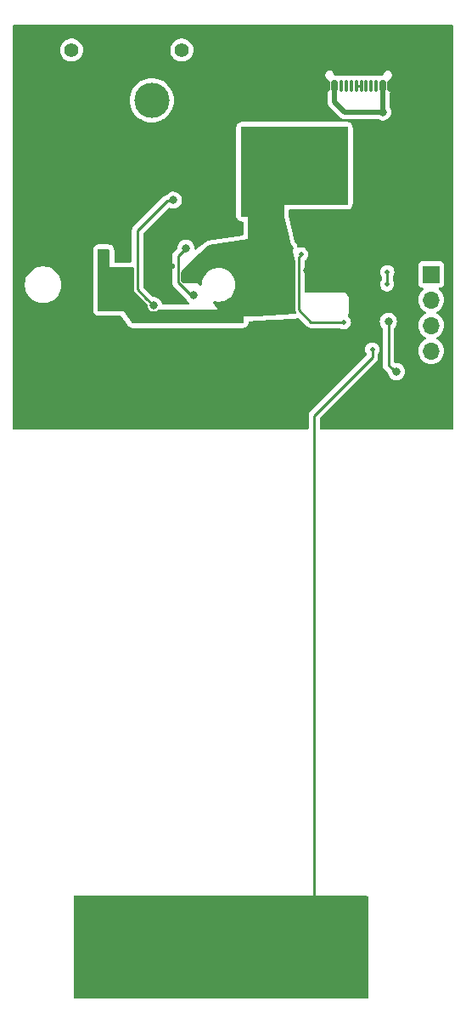
<source format=gbr>
%TF.GenerationSoftware,KiCad,Pcbnew,8.0.3*%
%TF.CreationDate,2024-07-15T22:48:31-04:00*%
%TF.ProjectId,get-a-grip-on-reality,6765742d-612d-4677-9269-702d6f6e2d72,rev?*%
%TF.SameCoordinates,Original*%
%TF.FileFunction,Copper,L1,Top*%
%TF.FilePolarity,Positive*%
%FSLAX46Y46*%
G04 Gerber Fmt 4.6, Leading zero omitted, Abs format (unit mm)*
G04 Created by KiCad (PCBNEW 8.0.3) date 2024-07-15 22:48:31*
%MOMM*%
%LPD*%
G01*
G04 APERTURE LIST*
G04 Aperture macros list*
%AMRoundRect*
0 Rectangle with rounded corners*
0 $1 Rounding radius*
0 $2 $3 $4 $5 $6 $7 $8 $9 X,Y pos of 4 corners*
0 Add a 4 corners polygon primitive as box body*
4,1,4,$2,$3,$4,$5,$6,$7,$8,$9,$2,$3,0*
0 Add four circle primitives for the rounded corners*
1,1,$1+$1,$2,$3*
1,1,$1+$1,$4,$5*
1,1,$1+$1,$6,$7*
1,1,$1+$1,$8,$9*
0 Add four rect primitives between the rounded corners*
20,1,$1+$1,$2,$3,$4,$5,0*
20,1,$1+$1,$4,$5,$6,$7,0*
20,1,$1+$1,$6,$7,$8,$9,0*
20,1,$1+$1,$8,$9,$2,$3,0*%
G04 Aperture macros list end*
%TA.AperFunction,SMDPad,CuDef*%
%ADD10R,6.350000X7.340000*%
%TD*%
%TA.AperFunction,SMDPad,CuDef*%
%ADD11RoundRect,0.250000X0.840000X0.750000X-0.840000X0.750000X-0.840000X-0.750000X0.840000X-0.750000X0*%
%TD*%
%TA.AperFunction,SMDPad,CuDef*%
%ADD12RoundRect,0.150000X0.150000X0.425000X-0.150000X0.425000X-0.150000X-0.425000X0.150000X-0.425000X0*%
%TD*%
%TA.AperFunction,SMDPad,CuDef*%
%ADD13RoundRect,0.075000X0.075000X0.500000X-0.075000X0.500000X-0.075000X-0.500000X0.075000X-0.500000X0*%
%TD*%
%TA.AperFunction,ComponentPad*%
%ADD14O,1.700000X1.700000*%
%TD*%
%TA.AperFunction,ComponentPad*%
%ADD15R,1.700000X1.700000*%
%TD*%
%TA.AperFunction,ComponentPad*%
%ADD16C,1.400000*%
%TD*%
%TA.AperFunction,ComponentPad*%
%ADD17R,3.500000X3.500000*%
%TD*%
%TA.AperFunction,ComponentPad*%
%ADD18C,3.500000*%
%TD*%
%TA.AperFunction,ViaPad*%
%ADD19C,0.800000*%
%TD*%
%TA.AperFunction,ViaPad*%
%ADD20C,0.600000*%
%TD*%
%TA.AperFunction,ViaPad*%
%ADD21C,0.500000*%
%TD*%
%TA.AperFunction,Conductor*%
%ADD22C,0.500000*%
%TD*%
%TA.AperFunction,Conductor*%
%ADD23C,0.250000*%
%TD*%
%TA.AperFunction,Conductor*%
%ADD24C,0.300000*%
%TD*%
G04 APERTURE END LIST*
D10*
%TO.P,BT1,P2*%
%TO.N,/Power/CELL_1*%
X99815000Y-125286200D03*
%TO.P,BT1,P1*%
%TO.N,+BATT*%
X118925000Y-46626200D03*
%TO.P,BT1,N2*%
%TO.N,GND*%
X99815000Y-46626200D03*
%TO.P,BT1,N1*%
%TO.N,/Power/CELL_1*%
X118925000Y-125286200D03*
%TD*%
D11*
%TO.P,P2,S1,SHIELD*%
%TO.N,GND*%
X118238000Y-34036000D03*
X118238000Y-37966000D03*
X128458000Y-34036000D03*
X128458000Y-37966000D03*
D12*
%TO.P,P2,B12,GND*%
X126548000Y-38541000D03*
%TO.P,P2,B9,VBUS*%
%TO.N,+5VUSB*%
X125748000Y-38541000D03*
D13*
%TO.P,P2,B8*%
%TO.N,N/C*%
X125098000Y-38541000D03*
%TO.P,P2,B7*%
X124098000Y-38541000D03*
%TO.P,P2,B6*%
X122598000Y-38541000D03*
%TO.P,P2,B5,VCONN*%
%TO.N,unconnected-(P2-VCONN-PadB5)*%
X121598000Y-38541000D03*
D12*
%TO.P,P2,B4,VBUS*%
%TO.N,+5VUSB*%
X120948000Y-38541000D03*
%TO.P,P2,B1,GND*%
%TO.N,GND*%
X120148000Y-38541000D03*
%TO.P,P2,A12,GND*%
X120148000Y-38541000D03*
%TO.P,P2,A9,VBUS*%
%TO.N,+5VUSB*%
X120948000Y-38541000D03*
D13*
%TO.P,P2,A8*%
%TO.N,N/C*%
X122098000Y-38541000D03*
%TO.P,P2,A7,D-*%
%TO.N,Net-(P2-D+)*%
X123098000Y-38541000D03*
%TO.P,P2,A6,D+*%
X123598000Y-38541000D03*
%TO.P,P2,A5,CC*%
%TO.N,unconnected-(P2-CC-PadA5)*%
X124598000Y-38541000D03*
D12*
%TO.P,P2,A4,VBUS*%
%TO.N,+5VUSB*%
X125748000Y-38541000D03*
%TO.P,P2,A1,GND*%
%TO.N,GND*%
X126548000Y-38541000D03*
%TD*%
D14*
%TO.P,J14,5,Pin_5*%
%TO.N,GND*%
X130579174Y-67481100D03*
%TO.P,J14,4,Pin_4*%
%TO.N,Net-(J14-Pin_4)*%
X130579174Y-64941100D03*
%TO.P,J14,3,Pin_3*%
%TO.N,Net-(J14-Pin_3)*%
X130579174Y-62401100D03*
%TO.P,J14,2,Pin_2*%
%TO.N,Net-(J14-Pin_2)*%
X130579174Y-59861100D03*
D15*
%TO.P,J14,1,Pin_1*%
%TO.N,Net-(J14-Pin_1)*%
X130579174Y-57321100D03*
%TD*%
D16*
%TO.P,J15,*%
%TO.N,*%
X94700600Y-34988200D03*
X105700600Y-34988200D03*
D17*
%TO.P,J15,1,Pin_1*%
%TO.N,GND*%
X97700600Y-39988200D03*
D18*
%TO.P,J15,2,Pin_2*%
%TO.N,+5VBuck*%
X102700600Y-39988200D03*
%TD*%
D19*
%TO.N,GND*%
X129340600Y-71133200D03*
X129340600Y-50813200D03*
X129340600Y-48273200D03*
X129340600Y-45733200D03*
X129340600Y-43193200D03*
X129340600Y-40653200D03*
X126800600Y-71133200D03*
X126800600Y-50813200D03*
X126800600Y-48273200D03*
X126800600Y-45733200D03*
X124260600Y-71133200D03*
X124260600Y-35573200D03*
X121720600Y-71133200D03*
X121720600Y-35573200D03*
X119180600Y-68593200D03*
X119180600Y-66053200D03*
X119180600Y-40653200D03*
X116640600Y-71133200D03*
X116640600Y-68593200D03*
X116640600Y-66053200D03*
X116640600Y-40653200D03*
X114100600Y-71133200D03*
X114100600Y-68593200D03*
X114100600Y-66053200D03*
X114100600Y-40653200D03*
X114100600Y-38113200D03*
X114100600Y-35573200D03*
X111560600Y-71133200D03*
X111560600Y-68593200D03*
X111560600Y-66053200D03*
X111560600Y-63513200D03*
X111560600Y-40653200D03*
X111560600Y-38113200D03*
X111560600Y-35573200D03*
X109020600Y-71133200D03*
X109020600Y-68593200D03*
X109020600Y-43193200D03*
X109020600Y-40653200D03*
X109020600Y-38113200D03*
X109020600Y-35573200D03*
X106480600Y-71133200D03*
X106480600Y-68593200D03*
X106480600Y-66053200D03*
X106480600Y-40653200D03*
X106480600Y-38113200D03*
X103940600Y-71133200D03*
X103940600Y-68593200D03*
X103940600Y-66053200D03*
X103940600Y-35573200D03*
X101400600Y-71133200D03*
X101400600Y-68593200D03*
X101400600Y-66053200D03*
X101400600Y-35573200D03*
X98860600Y-71133200D03*
X98860600Y-68593200D03*
X98860600Y-35573200D03*
X96320600Y-71133200D03*
X96320600Y-68593200D03*
X96320600Y-66053200D03*
X96320600Y-55893200D03*
X96320600Y-53353200D03*
X96320600Y-35573200D03*
X93780600Y-71133200D03*
X93780600Y-68593200D03*
X93780600Y-66053200D03*
X93780600Y-63513200D03*
X93780600Y-60973200D03*
X93780600Y-55893200D03*
X93780600Y-53353200D03*
X93780600Y-50813200D03*
X93780600Y-48273200D03*
X93780600Y-45733200D03*
X93780600Y-43193200D03*
X93780600Y-40653200D03*
X93780600Y-38113200D03*
X91240600Y-71133200D03*
X91240600Y-68593200D03*
X91240600Y-66053200D03*
X91240600Y-63513200D03*
X91240600Y-60973200D03*
X91240600Y-53353200D03*
X91240600Y-50813200D03*
X91240600Y-48273200D03*
X91240600Y-45733200D03*
X91240600Y-43193200D03*
X91240600Y-40653200D03*
X91240600Y-38113200D03*
X91240600Y-35573200D03*
%TO.N,+BATT*%
X114400000Y-55700000D03*
X112300600Y-47788200D03*
X113400000Y-56700000D03*
X114400000Y-57700000D03*
X113300600Y-48788200D03*
X112300600Y-46788200D03*
X114300600Y-46788200D03*
X113300600Y-46788200D03*
X113300600Y-47788200D03*
X112300600Y-50788200D03*
X98300000Y-59000000D03*
X114300600Y-48788200D03*
X116400000Y-55700000D03*
X114300600Y-47788200D03*
D20*
%TO.N,GND*%
X104013000Y-57404000D03*
D19*
%TO.N,+BATT*%
X114400000Y-56700000D03*
X99300000Y-58000000D03*
X112400000Y-58700000D03*
X111400000Y-57700000D03*
X106172000Y-57531000D03*
X114400000Y-58700000D03*
X114300600Y-49788200D03*
X115400000Y-54700000D03*
X114300600Y-50788200D03*
X113400000Y-55700000D03*
X113400000Y-54700000D03*
X116400000Y-54700000D03*
X116400000Y-57700000D03*
X116400000Y-58700000D03*
X98300000Y-58000000D03*
X112400000Y-54700000D03*
X112300600Y-48788200D03*
%TO.N,+5VBuck*%
X102880057Y-60434652D03*
%TO.N,+5VUSB*%
X125730000Y-41148000D03*
%TO.N,+5VBuck*%
X104863379Y-49937012D03*
%TO.N,+BATT*%
X113300600Y-49788200D03*
%TO.N,Net-(U6-TS)*%
X126310102Y-61995800D03*
%TO.N,+BATT*%
X116400000Y-56700000D03*
D21*
%TO.N,Net-(U6-STAT)*%
X126210374Y-57092500D03*
D19*
%TO.N,Net-(U7-VCC)*%
X106109849Y-54719849D03*
%TO.N,+BATT*%
X111400000Y-55700000D03*
X112300600Y-49788200D03*
D20*
%TO.N,GND*%
X103225600Y-57404000D03*
D19*
%TO.N,+BATT*%
X99300000Y-59000000D03*
X112400000Y-55700000D03*
X112400000Y-56700000D03*
X115400000Y-55700000D03*
%TO.N,GND*%
X110525000Y-47725000D03*
D20*
X104038400Y-58115200D03*
D19*
X118200000Y-56900000D03*
D20*
X102362000Y-56515000D03*
X104733400Y-56540400D03*
D19*
X110300000Y-49675000D03*
%TO.N,+BATT*%
X115400000Y-56700000D03*
D20*
%TO.N,GND*%
X104013000Y-56642000D03*
D19*
X109625000Y-50875000D03*
X109075000Y-45600000D03*
X121400000Y-56388000D03*
D20*
X103225600Y-56591200D03*
D19*
X109200000Y-47950000D03*
%TO.N,/Power/CELL_1*%
X100540000Y-121000000D03*
X108160000Y-128620000D03*
X123400000Y-123540000D03*
X110700000Y-123540000D03*
X110700000Y-126080000D03*
X103080000Y-128620000D03*
X95460000Y-121000000D03*
X115780000Y-121000000D03*
X105620000Y-121000000D03*
X110700000Y-128620000D03*
X108160000Y-126080000D03*
X103080000Y-123540000D03*
X123400000Y-128620000D03*
X105620000Y-126080000D03*
X103080000Y-121000000D03*
X103080000Y-126080000D03*
X108160000Y-123540000D03*
X113240000Y-123540000D03*
X113240000Y-126080000D03*
X98000000Y-121000000D03*
X120860000Y-121000000D03*
X113240000Y-128620000D03*
X123400000Y-126080000D03*
X105620000Y-123540000D03*
X110700000Y-121000000D03*
X105620000Y-128620000D03*
X108160000Y-121000000D03*
X123400000Y-121000000D03*
X113240000Y-121000000D03*
%TO.N,Net-(U7-VCC)*%
X106899739Y-59400261D03*
%TO.N,+BATT*%
X111400000Y-56700000D03*
X100300000Y-58000000D03*
X115400000Y-57700000D03*
X114400000Y-54700000D03*
D21*
%TO.N,Net-(U6-STAT)*%
X126184974Y-58311700D03*
D19*
%TO.N,GND*%
X108400000Y-49575000D03*
%TO.N,+BATT*%
X115400000Y-58700000D03*
X113400000Y-58700000D03*
D21*
%TO.N,/Power/CELL_1*%
X124700600Y-64788200D03*
D19*
%TO.N,+BATT*%
X113400000Y-57700000D03*
X113300600Y-50788200D03*
D20*
%TO.N,GND*%
X103225600Y-58115200D03*
D19*
%TO.N,Net-(U6-TS)*%
X127110102Y-66995800D03*
%TO.N,+BATT*%
X112400000Y-57700000D03*
%TO.N,GND*%
X119200000Y-56900000D03*
D21*
%TO.N,Net-(U6-BTST)*%
X121875000Y-62075000D03*
D19*
%TO.N,+BATT*%
X111400000Y-54700000D03*
D21*
%TO.N,Net-(U6-BTST)*%
X117625174Y-55339900D03*
%TD*%
D22*
%TO.N,+5VUSB*%
X120947000Y-40131999D02*
X120947000Y-38661150D01*
D23*
%TO.N,+5VBuck*%
X101274368Y-56900000D02*
X101274368Y-52988832D01*
X101274368Y-58828964D02*
X101274368Y-56900000D01*
X102172702Y-59727298D02*
X101274368Y-58828964D01*
X102172702Y-59727298D02*
X102880057Y-60434652D01*
D24*
%TO.N,+5VUSB*%
X120947000Y-38661150D02*
X120920425Y-38634575D01*
D22*
X125730000Y-41148000D02*
X125730000Y-38608000D01*
X121963001Y-41148000D02*
X120947000Y-40131999D01*
D23*
%TO.N,Net-(P2-D+)*%
X123098000Y-38541000D02*
X123598000Y-38541000D01*
%TO.N,+5VBuck*%
X104900600Y-49988200D02*
X104275000Y-49988200D01*
%TO.N,Net-(U6-BTST)*%
X121875000Y-62075000D02*
X118590000Y-62075000D01*
X117348000Y-60833000D02*
X117348000Y-55617074D01*
X118590000Y-62075000D02*
X117348000Y-60833000D01*
D22*
%TO.N,+5VUSB*%
X125730000Y-41148000D02*
X121963001Y-41148000D01*
D23*
%TO.N,Net-(U6-TS)*%
X126310102Y-66395800D02*
X127110102Y-66995800D01*
%TO.N,Net-(U6-STAT)*%
X126210374Y-57092500D02*
X126210374Y-58235500D01*
%TO.N,Net-(U6-TS)*%
X126310102Y-61995800D02*
X126310102Y-66395800D01*
%TO.N,Net-(U6-BTST)*%
X117348000Y-55617074D02*
X117625174Y-55339900D01*
%TO.N,Net-(U6-TS)*%
X127110102Y-66995800D02*
X126910102Y-66995800D01*
%TO.N,+5VBuck*%
X101274368Y-52988832D02*
X104275000Y-49988200D01*
%TO.N,Net-(U7-VCC)*%
X106899739Y-59400261D02*
X106595666Y-59400261D01*
X106595666Y-59400261D02*
X105308400Y-58112995D01*
%TO.N,/Power/CELL_1*%
X124700600Y-65588200D02*
X124700600Y-64788200D01*
X118925000Y-125286200D02*
X118925000Y-71363800D01*
%TO.N,Net-(U6-STAT)*%
X126210374Y-58235500D02*
X126184974Y-58260900D01*
%TO.N,/Power/CELL_1*%
X118925000Y-71363800D02*
X124700600Y-65588200D01*
%TO.N,Net-(U7-VCC)*%
X105308400Y-55521298D02*
X106109849Y-54719849D01*
X105308400Y-58112995D02*
X105308400Y-55521298D01*
%TD*%
%TA.AperFunction,Conductor*%
%TO.N,GND*%
G36*
X132722256Y-32519685D02*
G01*
X132768011Y-32572489D01*
X132779213Y-32623160D01*
X132793768Y-34775889D01*
X132799997Y-35697233D01*
X132800000Y-35698071D01*
X132800000Y-72639410D01*
X132780315Y-72706449D01*
X132727511Y-72752204D01*
X132676070Y-72763410D01*
X119624570Y-72770767D01*
X119557519Y-72751120D01*
X119511735Y-72698342D01*
X119500500Y-72646767D01*
X119500500Y-71653542D01*
X119520185Y-71586503D01*
X119536819Y-71565861D01*
X120199395Y-70903285D01*
X125161115Y-65941565D01*
X125236881Y-65810335D01*
X125276100Y-65663966D01*
X125276100Y-65512433D01*
X125276100Y-65226218D01*
X125295785Y-65159179D01*
X125298051Y-65155777D01*
X125325417Y-65116131D01*
X125325416Y-65116131D01*
X125325418Y-65116130D01*
X125385740Y-64957072D01*
X125406245Y-64788200D01*
X125385740Y-64619328D01*
X125325418Y-64460270D01*
X125228783Y-64320271D01*
X125101452Y-64207466D01*
X125101449Y-64207463D01*
X124950826Y-64128410D01*
X124785656Y-64087700D01*
X124615544Y-64087700D01*
X124450373Y-64128410D01*
X124299750Y-64207463D01*
X124172416Y-64320272D01*
X124075782Y-64460268D01*
X124015460Y-64619325D01*
X124015459Y-64619330D01*
X123994955Y-64788200D01*
X124015459Y-64957069D01*
X124015460Y-64957074D01*
X124075782Y-65116131D01*
X124103149Y-65155777D01*
X124125033Y-65222131D01*
X124125100Y-65226218D01*
X124125100Y-65298458D01*
X124105415Y-65365497D01*
X124088781Y-65386139D01*
X118464487Y-71010432D01*
X118464485Y-71010435D01*
X118388719Y-71141663D01*
X118349500Y-71288034D01*
X118349500Y-72647555D01*
X118329815Y-72714594D01*
X118277011Y-72760349D01*
X118225570Y-72771555D01*
X88924070Y-72788073D01*
X88857019Y-72768426D01*
X88811235Y-72715648D01*
X88800000Y-72664073D01*
X88800000Y-58236556D01*
X90039500Y-58236556D01*
X90039500Y-58475843D01*
X90039501Y-58475859D01*
X90070734Y-58713100D01*
X90132669Y-58944245D01*
X90224243Y-59165323D01*
X90224251Y-59165340D01*
X90343891Y-59372565D01*
X90343892Y-59372567D01*
X90489569Y-59562416D01*
X90489575Y-59562423D01*
X90658776Y-59731624D01*
X90658783Y-59731630D01*
X90848632Y-59877307D01*
X90848634Y-59877308D01*
X91055859Y-59996948D01*
X91055862Y-59996949D01*
X91055870Y-59996954D01*
X91276953Y-60088530D01*
X91508098Y-60150465D01*
X91745350Y-60181700D01*
X91745357Y-60181700D01*
X91984643Y-60181700D01*
X91984650Y-60181700D01*
X92221902Y-60150465D01*
X92453047Y-60088530D01*
X92674130Y-59996954D01*
X92881370Y-59877305D01*
X93071218Y-59731629D01*
X93240429Y-59562418D01*
X93386105Y-59372570D01*
X93505754Y-59165330D01*
X93597330Y-58944247D01*
X93659265Y-58713102D01*
X93690500Y-58475850D01*
X93690500Y-58236550D01*
X93659265Y-57999298D01*
X93597330Y-57768153D01*
X93505754Y-57547070D01*
X93496198Y-57530518D01*
X93386108Y-57339834D01*
X93386107Y-57339832D01*
X93240430Y-57149983D01*
X93240424Y-57149976D01*
X93071223Y-56980775D01*
X93071216Y-56980769D01*
X92881367Y-56835092D01*
X92881365Y-56835091D01*
X92674140Y-56715451D01*
X92674132Y-56715447D01*
X92674130Y-56715446D01*
X92454742Y-56624572D01*
X92453045Y-56623869D01*
X92221900Y-56561934D01*
X91984659Y-56530701D01*
X91984656Y-56530700D01*
X91984650Y-56530700D01*
X91745350Y-56530700D01*
X91745344Y-56530700D01*
X91745340Y-56530701D01*
X91508099Y-56561934D01*
X91276954Y-56623869D01*
X91055876Y-56715443D01*
X91055859Y-56715451D01*
X90848634Y-56835091D01*
X90848632Y-56835092D01*
X90658783Y-56980769D01*
X90658776Y-56980775D01*
X90489575Y-57149976D01*
X90489569Y-57149983D01*
X90343892Y-57339832D01*
X90343891Y-57339834D01*
X90224251Y-57547059D01*
X90224243Y-57547076D01*
X90132669Y-57768154D01*
X90070734Y-57999299D01*
X90039501Y-58236540D01*
X90039500Y-58236556D01*
X88800000Y-58236556D01*
X88800000Y-54912202D01*
X96845100Y-54912202D01*
X96845100Y-60864216D01*
X96855509Y-60961022D01*
X96855511Y-60961033D01*
X96866714Y-61012533D01*
X96866715Y-61012535D01*
X96866716Y-61012538D01*
X96894934Y-61099281D01*
X96967562Y-61214000D01*
X96967563Y-61214001D01*
X96967562Y-61214001D01*
X97013317Y-61266804D01*
X97013320Y-61266807D01*
X97059712Y-61307562D01*
X97106108Y-61348320D01*
X97229228Y-61405563D01*
X97229236Y-61405565D01*
X97229238Y-61405566D01*
X97296259Y-61425246D01*
X97296261Y-61425246D01*
X97296267Y-61425248D01*
X97424600Y-61443700D01*
X99590461Y-61443700D01*
X99657500Y-61463385D01*
X99693635Y-61498917D01*
X100284787Y-62385645D01*
X100284790Y-62385649D01*
X100344420Y-62457766D01*
X100344432Y-62457779D01*
X100380547Y-62493291D01*
X100380558Y-62493301D01*
X100448471Y-62548320D01*
X100571591Y-62605563D01*
X100571599Y-62605565D01*
X100571601Y-62605566D01*
X100638622Y-62625246D01*
X100638624Y-62625246D01*
X100638630Y-62625248D01*
X100766963Y-62643700D01*
X100766965Y-62643700D01*
X111776600Y-62643700D01*
X111776616Y-62643699D01*
X111832047Y-62637738D01*
X111873427Y-62633290D01*
X111924938Y-62622084D01*
X112011681Y-62593866D01*
X112126400Y-62521238D01*
X112179204Y-62475483D01*
X112260720Y-62382692D01*
X112317963Y-62259572D01*
X112337648Y-62192533D01*
X112353935Y-62079252D01*
X112382959Y-62015700D01*
X112441737Y-61977926D01*
X112473252Y-61972950D01*
X113110684Y-61955378D01*
X113117531Y-61955138D01*
X113121261Y-61954979D01*
X113128116Y-61954635D01*
X116700830Y-61748366D01*
X117061689Y-61727532D01*
X117061693Y-61727531D01*
X117061706Y-61727531D01*
X117064881Y-61727336D01*
X117066580Y-61727226D01*
X117152880Y-61708757D01*
X117196325Y-61699460D01*
X117196327Y-61699459D01*
X117196333Y-61699458D01*
X117261797Y-61675041D01*
X117261807Y-61675035D01*
X117262363Y-61674785D01*
X117262557Y-61674757D01*
X117265750Y-61673567D01*
X117266013Y-61674272D01*
X117331554Y-61665068D01*
X117395014Y-61694300D01*
X117401186Y-61700066D01*
X118125144Y-62424023D01*
X118125154Y-62424034D01*
X118129484Y-62428364D01*
X118129485Y-62428365D01*
X118236635Y-62535515D01*
X118347522Y-62599536D01*
X118367865Y-62611281D01*
X118514233Y-62650500D01*
X118514234Y-62650500D01*
X121433612Y-62650500D01*
X121491238Y-62664704D01*
X121511414Y-62675293D01*
X121624775Y-62734790D01*
X121789944Y-62775500D01*
X121960056Y-62775500D01*
X122125225Y-62734790D01*
X122238586Y-62675293D01*
X122275849Y-62655736D01*
X122275850Y-62655734D01*
X122275852Y-62655734D01*
X122403183Y-62542929D01*
X122499818Y-62402930D01*
X122560140Y-62243872D01*
X122580645Y-62075000D01*
X122571028Y-61995800D01*
X125454917Y-61995800D01*
X125473605Y-62173605D01*
X125473606Y-62173607D01*
X125528849Y-62343629D01*
X125528852Y-62343635D01*
X125618240Y-62498461D01*
X125618241Y-62498463D01*
X125618243Y-62498465D01*
X125702753Y-62592322D01*
X125732982Y-62655312D01*
X125734602Y-62675293D01*
X125734602Y-66353808D01*
X125733712Y-66368639D01*
X125729671Y-66402181D01*
X125733356Y-66427977D01*
X125734602Y-66445513D01*
X125734602Y-66471570D01*
X125743344Y-66504195D01*
X125746322Y-66518746D01*
X125751101Y-66552193D01*
X125761337Y-66576158D01*
X125767077Y-66592770D01*
X125773818Y-66617930D01*
X125773821Y-66617935D01*
X125790709Y-66647186D01*
X125797354Y-66660476D01*
X125810624Y-66691543D01*
X125826715Y-66712042D01*
X125836561Y-66726604D01*
X125849587Y-66749165D01*
X125849589Y-66749167D01*
X125873469Y-66773047D01*
X125883326Y-66784162D01*
X125904189Y-66810740D01*
X125925032Y-66826372D01*
X125938314Y-66837892D01*
X125956737Y-66856315D01*
X125985994Y-66873206D01*
X125998395Y-66881394D01*
X126220547Y-67048008D01*
X126262368Y-67103979D01*
X126269467Y-67134243D01*
X126273604Y-67173597D01*
X126273606Y-67173607D01*
X126328849Y-67343629D01*
X126328852Y-67343635D01*
X126418243Y-67498465D01*
X126459914Y-67544746D01*
X126537866Y-67631321D01*
X126537869Y-67631323D01*
X126537872Y-67631326D01*
X126682509Y-67736412D01*
X126845835Y-67809129D01*
X127020711Y-67846300D01*
X127020712Y-67846300D01*
X127199491Y-67846300D01*
X127199493Y-67846300D01*
X127374369Y-67809129D01*
X127537695Y-67736412D01*
X127682332Y-67631326D01*
X127801961Y-67498465D01*
X127891352Y-67343635D01*
X127946599Y-67173603D01*
X127965287Y-66995800D01*
X127946599Y-66817997D01*
X127918975Y-66732981D01*
X127891354Y-66647970D01*
X127891351Y-66647964D01*
X127859485Y-66592770D01*
X127801961Y-66493135D01*
X127743292Y-66427977D01*
X127682337Y-66360278D01*
X127682334Y-66360276D01*
X127682333Y-66360275D01*
X127682332Y-66360274D01*
X127537695Y-66255188D01*
X127374369Y-66182471D01*
X127374367Y-66182470D01*
X127246696Y-66155333D01*
X127199493Y-66145300D01*
X127020711Y-66145300D01*
X127014213Y-66145300D01*
X127014213Y-66143580D01*
X126953819Y-66132528D01*
X126902801Y-66084789D01*
X126885602Y-66021784D01*
X126885602Y-62675293D01*
X126905287Y-62608254D01*
X126917445Y-62592327D01*
X127001961Y-62498465D01*
X127091352Y-62343635D01*
X127146599Y-62173603D01*
X127165287Y-61995800D01*
X127146599Y-61817997D01*
X127100150Y-61675041D01*
X127091354Y-61647970D01*
X127091351Y-61647964D01*
X127083908Y-61635072D01*
X127001961Y-61493135D01*
X126940835Y-61425248D01*
X126882337Y-61360278D01*
X126882334Y-61360276D01*
X126882333Y-61360275D01*
X126882332Y-61360274D01*
X126737695Y-61255188D01*
X126574369Y-61182471D01*
X126574367Y-61182470D01*
X126446696Y-61155333D01*
X126399493Y-61145300D01*
X126220711Y-61145300D01*
X126190056Y-61151815D01*
X126045835Y-61182470D01*
X126045830Y-61182472D01*
X125882510Y-61255187D01*
X125737870Y-61360275D01*
X125618242Y-61493136D01*
X125528852Y-61647964D01*
X125528849Y-61647970D01*
X125473606Y-61817992D01*
X125473605Y-61817994D01*
X125454917Y-61995800D01*
X122571028Y-61995800D01*
X122560140Y-61906128D01*
X122499818Y-61747070D01*
X122403183Y-61607071D01*
X122403181Y-61607069D01*
X122297572Y-61513507D01*
X122260445Y-61454318D01*
X122261213Y-61384452D01*
X122267358Y-61368414D01*
X122271143Y-61360274D01*
X122317963Y-61259572D01*
X122337648Y-61192533D01*
X122356100Y-61064200D01*
X122356100Y-59861098D01*
X129273706Y-59861098D01*
X129273706Y-59861101D01*
X129293538Y-60087786D01*
X129293540Y-60087797D01*
X129352432Y-60307588D01*
X129352435Y-60307597D01*
X129448605Y-60513832D01*
X129448606Y-60513834D01*
X129579128Y-60700241D01*
X129740032Y-60861145D01*
X129740035Y-60861147D01*
X129926440Y-60991668D01*
X129971196Y-61012538D01*
X129984449Y-61018718D01*
X130036888Y-61064891D01*
X130056040Y-61132084D01*
X130035824Y-61198965D01*
X129984449Y-61243482D01*
X129926441Y-61270531D01*
X129926439Y-61270532D01*
X129740032Y-61401054D01*
X129579128Y-61561958D01*
X129448606Y-61748365D01*
X129448605Y-61748367D01*
X129352435Y-61954602D01*
X129352432Y-61954611D01*
X129293540Y-62174402D01*
X129293538Y-62174413D01*
X129273706Y-62401098D01*
X129273706Y-62401101D01*
X129293538Y-62627786D01*
X129293540Y-62627797D01*
X129352432Y-62847588D01*
X129352435Y-62847597D01*
X129448605Y-63053832D01*
X129448606Y-63053834D01*
X129579128Y-63240241D01*
X129740032Y-63401145D01*
X129740035Y-63401147D01*
X129926440Y-63531668D01*
X129984449Y-63558718D01*
X130036888Y-63604891D01*
X130056040Y-63672084D01*
X130035824Y-63738965D01*
X129984449Y-63783482D01*
X129926441Y-63810531D01*
X129926439Y-63810532D01*
X129740032Y-63941054D01*
X129579128Y-64101958D01*
X129448606Y-64288365D01*
X129448605Y-64288367D01*
X129352435Y-64494602D01*
X129352432Y-64494611D01*
X129293540Y-64714402D01*
X129293538Y-64714413D01*
X129273706Y-64941098D01*
X129273706Y-64941101D01*
X129293538Y-65167786D01*
X129293540Y-65167797D01*
X129352432Y-65387588D01*
X129352435Y-65387597D01*
X129448605Y-65593832D01*
X129448606Y-65593834D01*
X129579128Y-65780241D01*
X129740032Y-65941145D01*
X129740632Y-65941565D01*
X129926440Y-66071668D01*
X130132678Y-66167839D01*
X130352482Y-66226735D01*
X130514404Y-66240901D01*
X130579172Y-66246568D01*
X130579174Y-66246568D01*
X130579176Y-66246568D01*
X130635847Y-66241609D01*
X130805866Y-66226735D01*
X131025670Y-66167839D01*
X131231908Y-66071668D01*
X131418313Y-65941147D01*
X131579221Y-65780239D01*
X131709742Y-65593834D01*
X131805913Y-65387596D01*
X131864809Y-65167792D01*
X131884642Y-64941100D01*
X131864809Y-64714408D01*
X131805913Y-64494604D01*
X131709742Y-64288366D01*
X131579221Y-64101961D01*
X131579219Y-64101958D01*
X131418315Y-63941054D01*
X131231908Y-63810532D01*
X131231902Y-63810529D01*
X131173899Y-63783482D01*
X131121459Y-63737310D01*
X131102307Y-63670117D01*
X131122522Y-63603235D01*
X131173899Y-63558718D01*
X131231908Y-63531668D01*
X131418313Y-63401147D01*
X131579221Y-63240239D01*
X131709742Y-63053834D01*
X131805913Y-62847596D01*
X131864809Y-62627792D01*
X131882636Y-62424034D01*
X131884642Y-62401101D01*
X131884642Y-62401098D01*
X131866395Y-62192539D01*
X131864809Y-62174408D01*
X131810829Y-61972950D01*
X131805915Y-61954611D01*
X131805912Y-61954602D01*
X131783307Y-61906125D01*
X131709742Y-61748366D01*
X131579221Y-61561961D01*
X131579219Y-61561958D01*
X131418315Y-61401054D01*
X131231908Y-61270532D01*
X131231902Y-61270529D01*
X131173899Y-61243482D01*
X131121459Y-61197310D01*
X131102307Y-61130117D01*
X131122522Y-61063235D01*
X131173899Y-61018718D01*
X131187152Y-61012538D01*
X131231908Y-60991668D01*
X131418313Y-60861147D01*
X131579221Y-60700239D01*
X131709742Y-60513834D01*
X131805913Y-60307596D01*
X131864809Y-60087792D01*
X131884642Y-59861100D01*
X131864809Y-59634408D01*
X131805913Y-59414604D01*
X131709742Y-59208366D01*
X131579221Y-59021961D01*
X131579219Y-59021958D01*
X131418316Y-58861055D01*
X131398494Y-58847176D01*
X131354868Y-58792600D01*
X131347674Y-58723101D01*
X131379196Y-58660746D01*
X131439425Y-58625332D01*
X131469616Y-58621600D01*
X131483444Y-58621600D01*
X131513873Y-58618746D01*
X131513875Y-58618746D01*
X131577964Y-58596319D01*
X131642056Y-58573893D01*
X131751324Y-58493250D01*
X131831967Y-58383982D01*
X131854393Y-58319890D01*
X131876820Y-58255801D01*
X131876820Y-58255799D01*
X131879674Y-58225369D01*
X131879674Y-56416830D01*
X131876820Y-56386400D01*
X131876820Y-56386398D01*
X131831967Y-56258219D01*
X131831966Y-56258217D01*
X131751324Y-56148950D01*
X131642056Y-56068307D01*
X131642054Y-56068306D01*
X131513874Y-56023453D01*
X131483444Y-56020600D01*
X131483440Y-56020600D01*
X129674908Y-56020600D01*
X129674904Y-56020600D01*
X129644474Y-56023453D01*
X129644472Y-56023453D01*
X129516293Y-56068306D01*
X129516291Y-56068307D01*
X129407024Y-56148950D01*
X129326381Y-56258217D01*
X129326380Y-56258219D01*
X129281527Y-56386398D01*
X129281527Y-56386400D01*
X129278674Y-56416830D01*
X129278674Y-58225369D01*
X129281527Y-58255799D01*
X129281527Y-58255801D01*
X129309287Y-58335131D01*
X129326381Y-58383982D01*
X129407024Y-58493250D01*
X129516292Y-58573893D01*
X129559019Y-58588844D01*
X129644473Y-58618746D01*
X129674904Y-58621600D01*
X129674908Y-58621600D01*
X129688732Y-58621600D01*
X129755771Y-58641285D01*
X129801526Y-58694089D01*
X129811470Y-58763247D01*
X129782445Y-58826803D01*
X129759854Y-58847176D01*
X129740031Y-58861055D01*
X129579128Y-59021958D01*
X129448606Y-59208365D01*
X129448605Y-59208367D01*
X129352435Y-59414602D01*
X129352432Y-59414611D01*
X129293540Y-59634402D01*
X129293538Y-59634413D01*
X129273706Y-59861098D01*
X122356100Y-59861098D01*
X122356100Y-59712200D01*
X122356099Y-59712183D01*
X122346848Y-59626145D01*
X122345690Y-59615373D01*
X122334484Y-59563862D01*
X122306266Y-59477119D01*
X122233638Y-59362400D01*
X122233636Y-59362398D01*
X122233637Y-59362398D01*
X122187882Y-59309595D01*
X122187879Y-59309592D01*
X122095094Y-59228082D01*
X122095091Y-59228079D01*
X121971975Y-59170838D01*
X121971961Y-59170833D01*
X121904940Y-59151153D01*
X121902113Y-59150746D01*
X121776600Y-59132700D01*
X121776598Y-59132700D01*
X118047500Y-59132700D01*
X117980461Y-59113015D01*
X117934706Y-59060211D01*
X117923500Y-59008700D01*
X117923500Y-58311700D01*
X125479329Y-58311700D01*
X125499833Y-58480569D01*
X125499834Y-58480574D01*
X125560156Y-58639631D01*
X125610869Y-58713100D01*
X125656791Y-58779629D01*
X125710040Y-58826803D01*
X125784124Y-58892436D01*
X125882842Y-58944247D01*
X125934749Y-58971490D01*
X126099918Y-59012200D01*
X126270030Y-59012200D01*
X126435199Y-58971490D01*
X126575991Y-58897596D01*
X126585823Y-58892436D01*
X126585824Y-58892434D01*
X126585826Y-58892434D01*
X126713157Y-58779629D01*
X126809792Y-58639630D01*
X126870114Y-58480572D01*
X126890619Y-58311700D01*
X126870114Y-58142828D01*
X126809792Y-57983770D01*
X126807821Y-57980914D01*
X126807023Y-57978494D01*
X126806305Y-57977126D01*
X126806532Y-57977006D01*
X126785941Y-57914559D01*
X126785874Y-57910478D01*
X126785874Y-57530518D01*
X126805559Y-57463479D01*
X126807825Y-57460077D01*
X126835191Y-57420431D01*
X126835190Y-57420431D01*
X126835192Y-57420430D01*
X126895514Y-57261372D01*
X126916019Y-57092500D01*
X126895514Y-56923628D01*
X126835192Y-56764570D01*
X126738557Y-56624571D01*
X126611226Y-56511766D01*
X126611223Y-56511763D01*
X126460600Y-56432710D01*
X126295430Y-56392000D01*
X126125318Y-56392000D01*
X125960147Y-56432710D01*
X125809524Y-56511763D01*
X125693012Y-56614984D01*
X125682984Y-56623869D01*
X125682190Y-56624572D01*
X125585556Y-56764568D01*
X125525234Y-56923625D01*
X125525233Y-56923630D01*
X125504729Y-57092500D01*
X125525233Y-57261369D01*
X125525234Y-57261374D01*
X125585556Y-57420431D01*
X125612923Y-57460077D01*
X125634807Y-57526431D01*
X125634874Y-57530518D01*
X125634874Y-57836882D01*
X125615189Y-57903921D01*
X125612924Y-57907322D01*
X125560157Y-57983768D01*
X125560156Y-57983768D01*
X125499834Y-58142825D01*
X125499833Y-58142830D01*
X125479329Y-58311700D01*
X117923500Y-58311700D01*
X117923500Y-56049404D01*
X117943185Y-55982365D01*
X117989873Y-55939608D01*
X118026026Y-55920634D01*
X118153357Y-55807829D01*
X118249992Y-55667830D01*
X118310314Y-55508772D01*
X118330819Y-55339900D01*
X118310314Y-55171028D01*
X118303282Y-55152487D01*
X118249991Y-55011968D01*
X118215650Y-54962218D01*
X118153357Y-54871971D01*
X118053899Y-54783859D01*
X118026023Y-54759163D01*
X117875400Y-54680110D01*
X117710230Y-54639400D01*
X117540118Y-54639400D01*
X117540116Y-54639400D01*
X117394295Y-54675341D01*
X117324493Y-54672272D01*
X117267431Y-54631951D01*
X117241301Y-54567907D01*
X117236497Y-54522197D01*
X117187701Y-54372019D01*
X117181252Y-54352170D01*
X117181249Y-54352164D01*
X117180665Y-54351153D01*
X117126543Y-54257410D01*
X117091861Y-54197338D01*
X117091860Y-54197337D01*
X117091859Y-54197335D01*
X117016361Y-54113486D01*
X116988217Y-54060594D01*
X116359802Y-51546933D01*
X116356100Y-51516859D01*
X116356100Y-50967700D01*
X116375785Y-50900661D01*
X116428589Y-50854906D01*
X116480100Y-50843700D01*
X122176600Y-50843700D01*
X122176616Y-50843699D01*
X122232047Y-50837738D01*
X122273427Y-50833290D01*
X122324938Y-50822084D01*
X122411681Y-50793866D01*
X122526400Y-50721238D01*
X122579204Y-50675483D01*
X122660720Y-50582692D01*
X122717963Y-50459572D01*
X122737648Y-50392533D01*
X122756100Y-50264200D01*
X122756100Y-42712200D01*
X122756099Y-42712183D01*
X122745690Y-42615377D01*
X122745690Y-42615373D01*
X122734484Y-42563862D01*
X122706266Y-42477119D01*
X122633638Y-42362400D01*
X122633636Y-42362398D01*
X122633637Y-42362398D01*
X122587882Y-42309595D01*
X122587879Y-42309592D01*
X122495094Y-42228082D01*
X122495091Y-42228079D01*
X122371975Y-42170838D01*
X122371961Y-42170833D01*
X122304940Y-42151153D01*
X122302113Y-42150746D01*
X122176600Y-42132700D01*
X111699600Y-42132700D01*
X111699583Y-42132700D01*
X111602777Y-42143109D01*
X111602766Y-42143111D01*
X111551266Y-42154314D01*
X111551264Y-42154315D01*
X111464518Y-42182534D01*
X111349798Y-42255163D01*
X111296995Y-42300917D01*
X111296992Y-42300920D01*
X111215482Y-42393705D01*
X111215479Y-42393708D01*
X111158238Y-42516824D01*
X111158233Y-42516838D01*
X111138553Y-42583859D01*
X111138552Y-42583867D01*
X111120103Y-42712183D01*
X111120100Y-42712202D01*
X111120100Y-51464216D01*
X111130509Y-51561022D01*
X111130511Y-51561033D01*
X111141714Y-51612533D01*
X111141715Y-51612535D01*
X111141716Y-51612538D01*
X111169934Y-51699281D01*
X111242562Y-51814000D01*
X111242563Y-51814001D01*
X111242562Y-51814001D01*
X111288317Y-51866804D01*
X111381108Y-51948320D01*
X111504228Y-52005563D01*
X111504236Y-52005565D01*
X111504238Y-52005566D01*
X111571259Y-52025246D01*
X111571261Y-52025246D01*
X111571267Y-52025248D01*
X111699600Y-52043700D01*
X111721100Y-52043700D01*
X111788139Y-52063385D01*
X111833894Y-52116189D01*
X111845100Y-52167700D01*
X111845100Y-53295129D01*
X111825415Y-53362168D01*
X111772611Y-53407923D01*
X111740955Y-53417529D01*
X108335413Y-53969966D01*
X108335411Y-53969967D01*
X108270060Y-53989742D01*
X108219768Y-54004961D01*
X108219766Y-54004962D01*
X108160422Y-54031952D01*
X108160411Y-54031958D01*
X108058047Y-54096118D01*
X107166733Y-54836094D01*
X107102579Y-54863771D01*
X107033645Y-54852370D01*
X106981819Y-54805511D01*
X106963554Y-54738071D01*
X106964204Y-54727737D01*
X106965034Y-54719849D01*
X106946346Y-54542046D01*
X106891099Y-54372014D01*
X106801708Y-54217184D01*
X106754852Y-54165145D01*
X106682084Y-54084327D01*
X106682081Y-54084325D01*
X106682080Y-54084324D01*
X106682079Y-54084323D01*
X106537442Y-53979237D01*
X106374116Y-53906520D01*
X106374114Y-53906519D01*
X106246443Y-53879382D01*
X106199240Y-53869349D01*
X106020458Y-53869349D01*
X105989803Y-53875864D01*
X105845582Y-53906519D01*
X105845577Y-53906521D01*
X105682257Y-53979236D01*
X105537617Y-54084324D01*
X105417989Y-54217185D01*
X105328599Y-54372013D01*
X105328596Y-54372019D01*
X105273353Y-54542041D01*
X105273353Y-54542042D01*
X105273352Y-54542046D01*
X105267922Y-54593708D01*
X105254402Y-54722336D01*
X105227817Y-54786950D01*
X105218763Y-54797054D01*
X104955035Y-55060783D01*
X104847887Y-55167930D01*
X104847885Y-55167933D01*
X104772119Y-55299161D01*
X104732900Y-55445532D01*
X104732900Y-58037229D01*
X104732900Y-58188761D01*
X104750863Y-58255799D01*
X104772119Y-58335131D01*
X104800323Y-58383980D01*
X104847885Y-58466360D01*
X104847887Y-58466362D01*
X106093303Y-59711778D01*
X106114637Y-59742815D01*
X106115240Y-59742468D01*
X106118488Y-59748094D01*
X106118489Y-59748096D01*
X106207880Y-59902926D01*
X106234047Y-59931987D01*
X106327503Y-60035782D01*
X106327506Y-60035784D01*
X106327509Y-60035787D01*
X106427427Y-60108382D01*
X106470092Y-60163712D01*
X106476071Y-60233326D01*
X106443465Y-60295121D01*
X106382626Y-60329478D01*
X106354541Y-60332700D01*
X103831291Y-60332700D01*
X103764252Y-60313015D01*
X103718497Y-60260211D01*
X103713360Y-60247018D01*
X103661309Y-60086823D01*
X103661308Y-60086822D01*
X103661307Y-60086817D01*
X103571916Y-59931987D01*
X103502087Y-59854434D01*
X103452292Y-59799130D01*
X103452289Y-59799128D01*
X103452288Y-59799127D01*
X103452287Y-59799126D01*
X103307650Y-59694040D01*
X103144324Y-59621323D01*
X103144322Y-59621322D01*
X103016651Y-59594185D01*
X102969448Y-59584152D01*
X102969447Y-59584152D01*
X102894798Y-59584152D01*
X102827759Y-59564467D01*
X102807117Y-59547833D01*
X101886187Y-58626903D01*
X101852702Y-58565580D01*
X101849868Y-58539222D01*
X101849868Y-53278573D01*
X101869553Y-53211534D01*
X101886182Y-53190897D01*
X104350387Y-50726691D01*
X104411708Y-50693208D01*
X104481400Y-50698192D01*
X104488498Y-50701092D01*
X104599112Y-50750341D01*
X104773988Y-50787512D01*
X104773989Y-50787512D01*
X104952768Y-50787512D01*
X104952770Y-50787512D01*
X105127646Y-50750341D01*
X105290972Y-50677624D01*
X105435609Y-50572538D01*
X105555238Y-50439677D01*
X105644629Y-50284847D01*
X105699876Y-50114815D01*
X105718564Y-49937012D01*
X105699876Y-49759209D01*
X105644629Y-49589177D01*
X105555238Y-49434347D01*
X105508382Y-49382308D01*
X105435614Y-49301490D01*
X105435611Y-49301488D01*
X105435610Y-49301487D01*
X105435609Y-49301486D01*
X105290972Y-49196400D01*
X105127646Y-49123683D01*
X105127644Y-49123682D01*
X104999973Y-49096545D01*
X104952770Y-49086512D01*
X104773988Y-49086512D01*
X104743333Y-49093027D01*
X104599112Y-49123682D01*
X104599107Y-49123684D01*
X104435787Y-49196399D01*
X104291147Y-49301487D01*
X104212973Y-49388307D01*
X104153486Y-49424955D01*
X104152919Y-49425108D01*
X104052866Y-49451918D01*
X104052865Y-49451918D01*
X103921635Y-49527685D01*
X103921632Y-49527687D01*
X100813855Y-52635464D01*
X100813853Y-52635467D01*
X100738087Y-52766695D01*
X100698868Y-52913066D01*
X100698868Y-56008700D01*
X100679183Y-56075739D01*
X100626379Y-56121494D01*
X100574868Y-56132700D01*
X99080100Y-56132700D01*
X99013061Y-56113015D01*
X98967306Y-56060211D01*
X98956100Y-56008700D01*
X98956100Y-54912200D01*
X98956099Y-54912183D01*
X98945690Y-54815377D01*
X98945690Y-54815373D01*
X98934484Y-54763862D01*
X98906266Y-54677119D01*
X98833638Y-54562400D01*
X98833636Y-54562398D01*
X98833637Y-54562398D01*
X98787882Y-54509595D01*
X98787879Y-54509592D01*
X98695094Y-54428082D01*
X98695091Y-54428079D01*
X98571975Y-54370838D01*
X98571961Y-54370833D01*
X98504940Y-54351153D01*
X98502113Y-54350746D01*
X98376600Y-54332700D01*
X97424600Y-54332700D01*
X97424583Y-54332700D01*
X97327777Y-54343109D01*
X97327766Y-54343111D01*
X97276266Y-54354314D01*
X97276264Y-54354315D01*
X97189518Y-54382534D01*
X97074798Y-54455163D01*
X97021995Y-54500917D01*
X97021992Y-54500920D01*
X96940482Y-54593705D01*
X96940479Y-54593708D01*
X96883238Y-54716824D01*
X96883233Y-54716838D01*
X96863553Y-54783859D01*
X96863552Y-54783867D01*
X96845103Y-54912183D01*
X96845100Y-54912202D01*
X88800000Y-54912202D01*
X88800000Y-39988200D01*
X100495378Y-39988200D01*
X100514244Y-40276037D01*
X100514246Y-40276049D01*
X100570517Y-40558945D01*
X100570521Y-40558960D01*
X100663242Y-40832105D01*
X100790819Y-41090806D01*
X100790823Y-41090813D01*
X100951078Y-41330652D01*
X101141272Y-41547527D01*
X101358147Y-41737721D01*
X101583967Y-41888609D01*
X101597989Y-41897978D01*
X101856698Y-42025559D01*
X102129847Y-42118281D01*
X102412761Y-42174556D01*
X102700600Y-42193422D01*
X102988439Y-42174556D01*
X103271353Y-42118281D01*
X103544502Y-42025559D01*
X103803211Y-41897978D01*
X104043054Y-41737720D01*
X104259927Y-41547527D01*
X104450120Y-41330654D01*
X104610378Y-41090811D01*
X104737959Y-40832102D01*
X104830681Y-40558953D01*
X104886956Y-40276039D01*
X104905822Y-39988200D01*
X104886956Y-39700361D01*
X104830681Y-39417447D01*
X104737959Y-39144298D01*
X104610378Y-38885589D01*
X104450120Y-38645746D01*
X104259927Y-38428872D01*
X104043052Y-38238678D01*
X103803213Y-38078423D01*
X103803206Y-38078419D01*
X103544505Y-37950842D01*
X103271360Y-37858121D01*
X103271354Y-37858119D01*
X103271353Y-37858119D01*
X103271351Y-37858118D01*
X103271345Y-37858117D01*
X102988449Y-37801846D01*
X102988439Y-37801844D01*
X102700600Y-37782978D01*
X102412761Y-37801844D01*
X102412755Y-37801845D01*
X102412750Y-37801846D01*
X102129854Y-37858117D01*
X102129839Y-37858121D01*
X101856694Y-37950842D01*
X101597993Y-38078419D01*
X101597986Y-38078423D01*
X101358147Y-38238678D01*
X101141272Y-38428872D01*
X100951078Y-38645747D01*
X100790823Y-38885586D01*
X100790819Y-38885593D01*
X100663242Y-39144294D01*
X100570521Y-39417439D01*
X100570517Y-39417454D01*
X100514246Y-39700350D01*
X100514244Y-39700362D01*
X100495378Y-39988200D01*
X88800000Y-39988200D01*
X88800000Y-37409982D01*
X120032500Y-37409982D01*
X120032500Y-37522018D01*
X120061497Y-37630237D01*
X120117515Y-37727263D01*
X120117517Y-37727265D01*
X120194359Y-37804107D01*
X120227844Y-37865430D01*
X120222860Y-37935122D01*
X120221240Y-37939239D01*
X120212956Y-37959238D01*
X120212955Y-37959239D01*
X120197500Y-38076638D01*
X120197500Y-39005363D01*
X120212953Y-39122753D01*
X120212956Y-39122762D01*
X120237061Y-39180956D01*
X120246500Y-39228409D01*
X120246500Y-40063005D01*
X120246500Y-40200993D01*
X120246500Y-40200995D01*
X120246499Y-40200995D01*
X120273418Y-40336321D01*
X120273421Y-40336331D01*
X120326222Y-40463806D01*
X120402887Y-40578544D01*
X120402888Y-40578545D01*
X121418887Y-41594542D01*
X121475008Y-41650663D01*
X121516460Y-41692115D01*
X121631183Y-41768771D01*
X121631190Y-41768775D01*
X121702952Y-41798499D01*
X121702954Y-41798501D01*
X121758667Y-41821578D01*
X121758672Y-41821580D01*
X121758681Y-41821581D01*
X121758682Y-41821582D01*
X121785546Y-41826925D01*
X121785552Y-41826926D01*
X121785592Y-41826934D01*
X121875938Y-41844905D01*
X121894007Y-41848500D01*
X121894008Y-41848500D01*
X125206907Y-41848500D01*
X125273946Y-41868185D01*
X125279792Y-41872182D01*
X125302402Y-41888609D01*
X125302404Y-41888610D01*
X125302407Y-41888612D01*
X125465733Y-41961329D01*
X125640609Y-41998500D01*
X125640610Y-41998500D01*
X125819389Y-41998500D01*
X125819391Y-41998500D01*
X125994267Y-41961329D01*
X126157593Y-41888612D01*
X126302230Y-41783526D01*
X126421859Y-41650665D01*
X126511250Y-41495835D01*
X126566497Y-41325803D01*
X126585185Y-41148000D01*
X126566497Y-40970197D01*
X126511250Y-40800165D01*
X126447113Y-40689075D01*
X126430500Y-40627075D01*
X126430500Y-39274279D01*
X126439939Y-39226826D01*
X126474123Y-39144298D01*
X126483044Y-39122762D01*
X126498500Y-39005361D01*
X126498499Y-38076640D01*
X126498499Y-38076638D01*
X126498499Y-38076636D01*
X126483046Y-37959246D01*
X126483044Y-37959239D01*
X126483044Y-37959238D01*
X126474760Y-37939240D01*
X126467291Y-37869774D01*
X126498564Y-37807294D01*
X126501585Y-37804162D01*
X126578485Y-37727263D01*
X126634503Y-37630237D01*
X126663500Y-37522018D01*
X126663500Y-37409982D01*
X126634503Y-37301763D01*
X126578485Y-37204737D01*
X126499263Y-37125515D01*
X126402237Y-37069497D01*
X126294018Y-37040500D01*
X126181982Y-37040500D01*
X126073763Y-37069497D01*
X126073760Y-37069498D01*
X125976740Y-37125513D01*
X125976734Y-37125517D01*
X125897517Y-37204734D01*
X125897513Y-37204740D01*
X125841498Y-37301760D01*
X125841497Y-37301763D01*
X125810397Y-37417832D01*
X125808536Y-37417333D01*
X125784528Y-37471591D01*
X125726200Y-37510056D01*
X125689864Y-37515500D01*
X125558637Y-37515500D01*
X125441240Y-37530954D01*
X125424543Y-37537870D01*
X125355074Y-37545335D01*
X125331609Y-37538661D01*
X125298591Y-37525641D01*
X125286526Y-37524192D01*
X125214144Y-37515500D01*
X124981856Y-37515500D01*
X124897410Y-37525641D01*
X124897403Y-37525642D01*
X124893482Y-37527189D01*
X124890069Y-37527496D01*
X124889709Y-37527588D01*
X124889694Y-37527530D01*
X124823895Y-37533467D01*
X124802518Y-37527189D01*
X124798596Y-37525642D01*
X124798590Y-37525641D01*
X124714144Y-37515500D01*
X124481856Y-37515500D01*
X124397410Y-37525641D01*
X124397403Y-37525642D01*
X124393482Y-37527189D01*
X124390069Y-37527496D01*
X124389709Y-37527588D01*
X124389694Y-37527530D01*
X124323895Y-37533467D01*
X124302518Y-37527189D01*
X124298596Y-37525642D01*
X124298590Y-37525641D01*
X124214144Y-37515500D01*
X123981856Y-37515500D01*
X123897410Y-37525641D01*
X123897403Y-37525642D01*
X123893482Y-37527189D01*
X123890069Y-37527496D01*
X123889709Y-37527588D01*
X123889694Y-37527530D01*
X123823895Y-37533467D01*
X123802518Y-37527189D01*
X123798596Y-37525642D01*
X123798590Y-37525641D01*
X123714144Y-37515500D01*
X123481856Y-37515500D01*
X123397410Y-37525641D01*
X123397403Y-37525642D01*
X123393482Y-37527189D01*
X123390069Y-37527496D01*
X123389709Y-37527588D01*
X123389694Y-37527530D01*
X123323895Y-37533467D01*
X123302518Y-37527189D01*
X123298596Y-37525642D01*
X123298590Y-37525641D01*
X123214144Y-37515500D01*
X122981856Y-37515500D01*
X122897410Y-37525641D01*
X122897403Y-37525642D01*
X122893482Y-37527189D01*
X122890069Y-37527496D01*
X122889709Y-37527588D01*
X122889694Y-37527530D01*
X122823895Y-37533467D01*
X122802518Y-37527189D01*
X122798596Y-37525642D01*
X122798590Y-37525641D01*
X122714144Y-37515500D01*
X122481856Y-37515500D01*
X122397410Y-37525641D01*
X122397403Y-37525642D01*
X122393482Y-37527189D01*
X122390069Y-37527496D01*
X122389709Y-37527588D01*
X122389694Y-37527530D01*
X122323895Y-37533467D01*
X122302518Y-37527189D01*
X122298596Y-37525642D01*
X122298590Y-37525641D01*
X122214144Y-37515500D01*
X121981856Y-37515500D01*
X121897410Y-37525641D01*
X121897403Y-37525642D01*
X121893482Y-37527189D01*
X121890069Y-37527496D01*
X121889709Y-37527588D01*
X121889694Y-37527530D01*
X121823895Y-37533467D01*
X121802518Y-37527189D01*
X121798596Y-37525642D01*
X121798590Y-37525641D01*
X121714144Y-37515500D01*
X121481856Y-37515500D01*
X121397410Y-37525641D01*
X121397409Y-37525641D01*
X121364388Y-37538662D01*
X121294801Y-37544941D01*
X121271452Y-37537868D01*
X121254764Y-37530956D01*
X121254765Y-37530956D01*
X121137370Y-37515501D01*
X121137367Y-37515500D01*
X121137361Y-37515500D01*
X121137354Y-37515500D01*
X121006137Y-37515500D01*
X120939098Y-37495815D01*
X120893343Y-37443011D01*
X120886074Y-37417705D01*
X120885603Y-37417832D01*
X120883500Y-37409982D01*
X120854503Y-37301763D01*
X120798485Y-37204737D01*
X120719263Y-37125515D01*
X120622237Y-37069497D01*
X120514018Y-37040500D01*
X120401982Y-37040500D01*
X120293763Y-37069497D01*
X120293760Y-37069498D01*
X120196740Y-37125513D01*
X120196734Y-37125517D01*
X120117517Y-37204734D01*
X120117513Y-37204740D01*
X120061498Y-37301760D01*
X120061497Y-37301763D01*
X120032500Y-37409982D01*
X88800000Y-37409982D01*
X88800000Y-34988199D01*
X93545171Y-34988199D01*
X93545171Y-34988200D01*
X93564844Y-35200510D01*
X93623196Y-35405592D01*
X93623196Y-35405594D01*
X93718232Y-35596453D01*
X93846727Y-35766606D01*
X93846728Y-35766607D01*
X94004298Y-35910252D01*
X94185581Y-36022498D01*
X94384402Y-36099521D01*
X94593990Y-36138700D01*
X94593992Y-36138700D01*
X94807208Y-36138700D01*
X94807210Y-36138700D01*
X95016798Y-36099521D01*
X95215619Y-36022498D01*
X95396902Y-35910252D01*
X95554472Y-35766607D01*
X95682966Y-35596455D01*
X95778005Y-35405589D01*
X95836356Y-35200510D01*
X95856029Y-34988200D01*
X95856029Y-34988199D01*
X104545171Y-34988199D01*
X104545171Y-34988200D01*
X104564844Y-35200510D01*
X104623196Y-35405592D01*
X104623196Y-35405594D01*
X104718232Y-35596453D01*
X104846727Y-35766606D01*
X104846728Y-35766607D01*
X105004298Y-35910252D01*
X105185581Y-36022498D01*
X105384402Y-36099521D01*
X105593990Y-36138700D01*
X105593992Y-36138700D01*
X105807208Y-36138700D01*
X105807210Y-36138700D01*
X106016798Y-36099521D01*
X106215619Y-36022498D01*
X106396902Y-35910252D01*
X106554472Y-35766607D01*
X106682966Y-35596455D01*
X106778005Y-35405589D01*
X106836356Y-35200510D01*
X106856029Y-34988200D01*
X106836356Y-34775890D01*
X106778005Y-34570811D01*
X106778003Y-34570806D01*
X106778003Y-34570805D01*
X106682967Y-34379946D01*
X106554472Y-34209793D01*
X106396902Y-34066148D01*
X106215619Y-33953902D01*
X106215617Y-33953901D01*
X106116208Y-33915390D01*
X106016798Y-33876879D01*
X105807210Y-33837700D01*
X105593990Y-33837700D01*
X105384402Y-33876879D01*
X105384399Y-33876879D01*
X105384399Y-33876880D01*
X105185582Y-33953901D01*
X105185580Y-33953902D01*
X105004299Y-34066147D01*
X104846727Y-34209793D01*
X104718232Y-34379946D01*
X104623196Y-34570805D01*
X104623196Y-34570807D01*
X104564844Y-34775889D01*
X104545171Y-34988199D01*
X95856029Y-34988199D01*
X95836356Y-34775890D01*
X95778005Y-34570811D01*
X95778003Y-34570806D01*
X95778003Y-34570805D01*
X95682967Y-34379946D01*
X95554472Y-34209793D01*
X95396902Y-34066148D01*
X95215619Y-33953902D01*
X95215617Y-33953901D01*
X95116208Y-33915390D01*
X95016798Y-33876879D01*
X94807210Y-33837700D01*
X94593990Y-33837700D01*
X94384402Y-33876879D01*
X94384399Y-33876879D01*
X94384399Y-33876880D01*
X94185582Y-33953901D01*
X94185580Y-33953902D01*
X94004299Y-34066147D01*
X93846727Y-34209793D01*
X93718232Y-34379946D01*
X93623196Y-34570805D01*
X93623196Y-34570807D01*
X93564844Y-34775889D01*
X93545171Y-34988199D01*
X88800000Y-34988199D01*
X88800000Y-32624000D01*
X88819685Y-32556961D01*
X88872489Y-32511206D01*
X88924000Y-32500000D01*
X132655217Y-32500000D01*
X132722256Y-32519685D01*
G37*
%TD.AperFunction*%
%TD*%
%TA.AperFunction,Conductor*%
%TO.N,+BATT*%
G36*
X122243639Y-42607885D02*
G01*
X122289394Y-42660689D01*
X122300600Y-42712200D01*
X122300600Y-50264200D01*
X122280915Y-50331239D01*
X122228111Y-50376994D01*
X122176600Y-50388200D01*
X115900600Y-50388200D01*
X115900600Y-51588200D01*
X117018798Y-56060992D01*
X117022500Y-56091066D01*
X117022500Y-60875852D01*
X117044682Y-60958640D01*
X117066108Y-60995750D01*
X117087535Y-61032862D01*
X117087537Y-61032864D01*
X117115986Y-61061313D01*
X117149471Y-61122636D01*
X117144487Y-61192328D01*
X117102615Y-61248261D01*
X117037151Y-61272678D01*
X117035452Y-61272788D01*
X113101862Y-61499892D01*
X113098132Y-61500051D01*
X111900600Y-61533064D01*
X109900600Y-61588200D01*
X109247764Y-60734492D01*
X108828434Y-60186137D01*
X108803347Y-60120926D01*
X108817498Y-60052505D01*
X108866395Y-60002596D01*
X108934512Y-59987045D01*
X108959021Y-59991037D01*
X109040470Y-60012861D01*
X109259526Y-60041700D01*
X109259533Y-60041700D01*
X109480467Y-60041700D01*
X109480474Y-60041700D01*
X109699530Y-60012861D01*
X109912949Y-59955676D01*
X110117077Y-59871123D01*
X110308423Y-59760649D01*
X110483712Y-59626145D01*
X110639945Y-59469912D01*
X110774449Y-59294623D01*
X110884923Y-59103277D01*
X110969476Y-58899149D01*
X111026661Y-58685730D01*
X111055500Y-58466674D01*
X111055500Y-58245726D01*
X111026661Y-58026670D01*
X110969476Y-57813251D01*
X110884923Y-57609123D01*
X110884921Y-57609120D01*
X110884919Y-57609115D01*
X110774453Y-57417784D01*
X110774449Y-57417777D01*
X110705777Y-57328282D01*
X110639946Y-57242489D01*
X110639940Y-57242482D01*
X110483717Y-57086259D01*
X110483710Y-57086253D01*
X110308431Y-56951757D01*
X110308429Y-56951755D01*
X110308423Y-56951751D01*
X110308418Y-56951748D01*
X110308415Y-56951746D01*
X110117084Y-56841280D01*
X110117067Y-56841272D01*
X109912949Y-56756724D01*
X109862618Y-56743238D01*
X109699530Y-56699539D01*
X109699524Y-56699538D01*
X109699519Y-56699537D01*
X109480484Y-56670701D01*
X109480479Y-56670700D01*
X109480474Y-56670700D01*
X109259526Y-56670700D01*
X109259520Y-56670700D01*
X109259515Y-56670701D01*
X109040480Y-56699537D01*
X109040473Y-56699538D01*
X109040470Y-56699539D01*
X108950264Y-56723709D01*
X108827050Y-56756724D01*
X108622932Y-56841272D01*
X108622915Y-56841280D01*
X108431584Y-56951746D01*
X108431568Y-56951757D01*
X108256289Y-57086253D01*
X108256282Y-57086259D01*
X108100059Y-57242482D01*
X108100053Y-57242489D01*
X107965557Y-57417768D01*
X107965546Y-57417784D01*
X107855080Y-57609115D01*
X107855072Y-57609132D01*
X107798818Y-57744943D01*
X107770524Y-57813251D01*
X107716604Y-58014487D01*
X107713340Y-58026667D01*
X107713337Y-58026680D01*
X107684501Y-58245715D01*
X107684500Y-58245732D01*
X107684500Y-58323937D01*
X107664815Y-58390976D01*
X107612011Y-58436731D01*
X107542853Y-58446675D01*
X107479297Y-58417650D01*
X107462000Y-58399261D01*
X107300601Y-58188200D01*
X107300600Y-58188200D01*
X105895294Y-58188200D01*
X105828255Y-58168515D01*
X105807613Y-58151881D01*
X105670219Y-58014487D01*
X105636734Y-57953164D01*
X105633900Y-57926806D01*
X105633900Y-57056262D01*
X105653585Y-56989223D01*
X105670219Y-56968581D01*
X105968100Y-56670700D01*
X107421548Y-55217251D01*
X107429999Y-55209547D01*
X108349004Y-54446582D01*
X108408352Y-54419589D01*
X112300600Y-53788200D01*
X112300600Y-51588200D01*
X111699600Y-51588200D01*
X111632561Y-51568515D01*
X111586806Y-51515711D01*
X111575600Y-51464200D01*
X111575600Y-42712200D01*
X111595285Y-42645161D01*
X111648089Y-42599406D01*
X111699600Y-42588200D01*
X122176600Y-42588200D01*
X122243639Y-42607885D01*
G37*
%TD.AperFunction*%
%TD*%
%TA.AperFunction,Conductor*%
%TO.N,/Power/CELL_1*%
G36*
X124243639Y-119207885D02*
G01*
X124289394Y-119260689D01*
X124300600Y-119312200D01*
X124300600Y-129264200D01*
X124280915Y-129331239D01*
X124228111Y-129376994D01*
X124176600Y-129388200D01*
X95024600Y-129388200D01*
X94957561Y-129368515D01*
X94911806Y-129315711D01*
X94900600Y-129264200D01*
X94900600Y-119312200D01*
X94920285Y-119245161D01*
X94973089Y-119199406D01*
X95024600Y-119188200D01*
X124176600Y-119188200D01*
X124243639Y-119207885D01*
G37*
%TD.AperFunction*%
%TD*%
%TA.AperFunction,Conductor*%
%TO.N,+BATT*%
G36*
X98443639Y-54807885D02*
G01*
X98489394Y-54860689D01*
X98500600Y-54912200D01*
X98500600Y-56588200D01*
X100824868Y-56588200D01*
X100891907Y-56607885D01*
X100937662Y-56660689D01*
X100948868Y-56712200D01*
X100948868Y-56857147D01*
X100948868Y-58786111D01*
X100948868Y-58871817D01*
X100957528Y-58904137D01*
X100971050Y-58954604D01*
X100981082Y-58971979D01*
X101013903Y-59028826D01*
X101013905Y-59028828D01*
X102248044Y-60262967D01*
X102281529Y-60324290D01*
X102283302Y-60366831D01*
X102274375Y-60434647D01*
X102274375Y-60434653D01*
X102295012Y-60591412D01*
X102295013Y-60591414D01*
X102355521Y-60737493D01*
X102451775Y-60862934D01*
X102577216Y-60959188D01*
X102723295Y-61019696D01*
X102801676Y-61030015D01*
X102880056Y-61040334D01*
X102880057Y-61040334D01*
X102880058Y-61040334D01*
X102932311Y-61033454D01*
X103036819Y-61019696D01*
X103182898Y-60959188D01*
X103308339Y-60862934D01*
X103328458Y-60836713D01*
X103384886Y-60795511D01*
X103426834Y-60788200D01*
X109288835Y-60788200D01*
X109900600Y-61588200D01*
X111900600Y-61533064D01*
X111900600Y-62064200D01*
X111880915Y-62131239D01*
X111828111Y-62176994D01*
X111776600Y-62188200D01*
X100766963Y-62188200D01*
X100699924Y-62168515D01*
X100663789Y-62132983D01*
X99900600Y-60988200D01*
X97424600Y-60988200D01*
X97357561Y-60968515D01*
X97311806Y-60915711D01*
X97300600Y-60864200D01*
X97300600Y-54912200D01*
X97320285Y-54845161D01*
X97373089Y-54799406D01*
X97424600Y-54788200D01*
X98376600Y-54788200D01*
X98443639Y-54807885D01*
G37*
%TD.AperFunction*%
%TD*%
M02*

</source>
